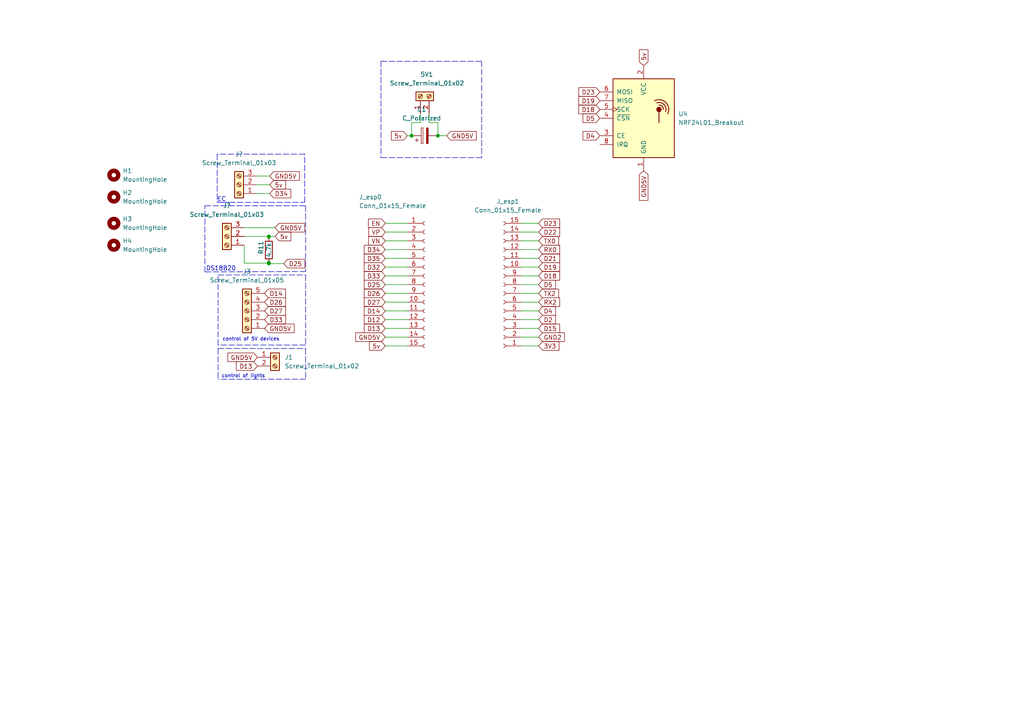
<source format=kicad_sch>
(kicad_sch (version 20211123) (generator eeschema)
  (paper "A4")
  (lib_symbols
    (symbol "Connector:Conn_01x15_Female" (pin_names (offset 1.016) hide)
      (property "Reference" "J" (at 0 20.32 0))
      (property "Value" "Conn_01x15_Female" (at 0 -20.32 0))
      (symbol "Conn_01x15_Female_1_1"
        (arc (start 0 -17.272) (mid -0.508 -17.78) (end 0 -18.288) (stroke (width 0.1524)))
        (arc (start 0 -14.732) (mid -0.508 -15.24) (end 0 -15.748) (stroke (width 0.1524)))
        (arc (start 0 -12.192) (mid -0.508 -12.7) (end 0 -13.208) (stroke (width 0.1524)))
        (arc (start 0 -9.652) (mid -0.508 -10.16) (end 0 -10.668) (stroke (width 0.1524)))
        (arc (start 0 -7.112) (mid -0.508 -7.62) (end 0 -8.128) (stroke (width 0.1524)))
        (arc (start 0 -4.572) (mid -0.508 -5.08) (end 0 -5.588) (stroke (width 0.1524)))
        (arc (start 0 -2.032) (mid -0.508 -2.54) (end 0 -3.048) (stroke (width 0.1524)))
        (polyline (pts (xy -1.27 -17.78) (xy -0.508 -17.78)) (stroke (width 0.1524)))
        (polyline (pts (xy -1.27 -15.24) (xy -0.508 -15.24)) (stroke (width 0.1524)))
        (polyline (pts (xy -1.27 -12.7) (xy -0.508 -12.7)) (stroke (width 0.1524)))
        (polyline (pts (xy -1.27 -10.16) (xy -0.508 -10.16)) (stroke (width 0.1524)))
        (polyline (pts (xy -1.27 -7.62) (xy -0.508 -7.62)) (stroke (width 0.1524)))
        (polyline (pts (xy -1.27 -5.08) (xy -0.508 -5.08)) (stroke (width 0.1524)))
        (polyline (pts (xy -1.27 -2.54) (xy -0.508 -2.54)) (stroke (width 0.1524)))
        (polyline (pts (xy -1.27 0) (xy -0.508 0)) (stroke (width 0.1524)))
        (polyline (pts (xy -1.27 2.54) (xy -0.508 2.54)) (stroke (width 0.1524)))
        (polyline (pts (xy -1.27 5.08) (xy -0.508 5.08)) (stroke (width 0.1524)))
        (polyline (pts (xy -1.27 7.62) (xy -0.508 7.62)) (stroke (width 0.1524)))
        (polyline (pts (xy -1.27 10.16) (xy -0.508 10.16)) (stroke (width 0.1524)))
        (polyline (pts (xy -1.27 12.7) (xy -0.508 12.7)) (stroke (width 0.1524)))
        (polyline (pts (xy -1.27 15.24) (xy -0.508 15.24)) (stroke (width 0.1524)))
        (polyline (pts (xy -1.27 17.78) (xy -0.508 17.78)) (stroke (width 0.1524)))
        (arc (start 0 0.508) (mid -0.508 0) (end 0 -0.508) (stroke (width 0.1524)))
        (arc (start 0 3.048) (mid -0.508 2.54) (end 0 2.032) (stroke (width 0.1524)))
        (arc (start 0 5.588) (mid -0.508 5.08) (end 0 4.572) (stroke (width 0.1524)))
        (arc (start 0 8.128) (mid -0.508 7.62) (end 0 7.112) (stroke (width 0.1524)))
        (arc (start 0 10.668) (mid -0.508 10.16) (end 0 9.652) (stroke (width 0.1524)))
        (arc (start 0 13.208) (mid -0.508 12.7) (end 0 12.192) (stroke (width 0.1524)))
        (arc (start 0 15.748) (mid -0.508 15.24) (end 0 14.732) (stroke (width 0.1524)))
        (arc (start 0 18.288) (mid -0.508 17.78) (end 0 17.272) (stroke (width 0.1524)))
        (pin passive line (at -5.08 17.78 0) (length 3.81) (name "Pin_1") (number "1"))
        (pin passive line (at -5.08 -5.08 0) (length 3.81) (name "Pin_10") (number "10"))
        (pin passive line (at -5.08 -7.62 0) (length 3.81) (name "Pin_11") (number "11"))
        (pin passive line (at -5.08 -10.16 0) (length 3.81) (name "Pin_12") (number "12"))
        (pin passive line (at -5.08 -12.7 0) (length 3.81) (name "Pin_13") (number "13"))
        (pin passive line (at -5.08 -15.24 0) (length 3.81) (name "Pin_14") (number "14"))
        (pin passive line (at -5.08 -17.78 0) (length 3.81) (name "Pin_15") (number "15"))
        (pin passive line (at -5.08 15.24 0) (length 3.81) (name "Pin_2") (number "2"))
        (pin passive line (at -5.08 12.7 0) (length 3.81) (name "Pin_3") (number "3"))
        (pin passive line (at -5.08 10.16 0) (length 3.81) (name "Pin_4") (number "4"))
        (pin passive line (at -5.08 7.62 0) (length 3.81) (name "Pin_5") (number "5"))
        (pin passive line (at -5.08 5.08 0) (length 3.81) (name "Pin_6") (number "6"))
        (pin passive line (at -5.08 2.54 0) (length 3.81) (name "Pin_7") (number "7"))
        (pin passive line (at -5.08 0 0) (length 3.81) (name "Pin_8") (number "8"))
        (pin passive line (at -5.08 -2.54 0) (length 3.81) (name "Pin_9") (number "9"))
      )
    )
    (symbol "Connector:Screw_Terminal_01x02" (pin_names (offset 1.016) hide)
      (property "Reference" "J" (at 0 2.54 0))
      (property "Value" "Screw_Terminal_01x02" (at 0 -5.08 0))
      (symbol "Screw_Terminal_01x02_1_1"
        (rectangle (start -1.27 1.27) (end 1.27 -3.81) (stroke (width 0.254)) (fill (type background)))
        (circle (center 0 -2.54) (radius 0.635) (stroke (width 0.1524)))
        (polyline (pts (xy -0.5334 -2.2098) (xy 0.3302 -3.048)) (stroke (width 0.1524)))
        (polyline (pts (xy -0.5334 0.3302) (xy 0.3302 -0.508)) (stroke (width 0.1524)))
        (polyline (pts (xy -0.3556 -2.032) (xy 0.508 -2.8702)) (stroke (width 0.1524)))
        (polyline (pts (xy -0.3556 0.508) (xy 0.508 -0.3302)) (stroke (width 0.1524)))
        (circle (center 0 0) (radius 0.635) (stroke (width 0.1524)))
        (pin passive line (at -5.08 0 0) (length 3.81) (name "Pin_1") (number "1"))
        (pin passive line (at -5.08 -2.54 0) (length 3.81) (name "Pin_2") (number "2"))
      )
    )
    (symbol "Connector:Screw_Terminal_01x03" (pin_names (offset 1.016) hide)
      (property "Reference" "J" (at 0 5.08 0))
      (property "Value" "Screw_Terminal_01x03" (at 0 -5.08 0))
      (symbol "Screw_Terminal_01x03_1_1"
        (rectangle (start -1.27 3.81) (end 1.27 -3.81) (stroke (width 0.254)) (fill (type background)))
        (circle (center 0 -2.54) (radius 0.635) (stroke (width 0.1524)))
        (polyline (pts (xy -0.5334 -2.2098) (xy 0.3302 -3.048)) (stroke (width 0.1524)))
        (polyline (pts (xy -0.5334 0.3302) (xy 0.3302 -0.508)) (stroke (width 0.1524)))
        (polyline (pts (xy -0.5334 2.8702) (xy 0.3302 2.032)) (stroke (width 0.1524)))
        (polyline (pts (xy -0.3556 -2.032) (xy 0.508 -2.8702)) (stroke (width 0.1524)))
        (polyline (pts (xy -0.3556 0.508) (xy 0.508 -0.3302)) (stroke (width 0.1524)))
        (polyline (pts (xy -0.3556 3.048) (xy 0.508 2.2098)) (stroke (width 0.1524)))
        (circle (center 0 0) (radius 0.635) (stroke (width 0.1524)))
        (circle (center 0 2.54) (radius 0.635) (stroke (width 0.1524)))
        (pin passive line (at -5.08 2.54 0) (length 3.81) (name "Pin_1") (number "1"))
        (pin passive line (at -5.08 0 0) (length 3.81) (name "Pin_2") (number "2"))
        (pin passive line (at -5.08 -2.54 0) (length 3.81) (name "Pin_3") (number "3"))
      )
    )
    (symbol "Connector:Screw_Terminal_01x05" (pin_names (offset 1.016) hide)
      (property "Reference" "J" (at 0 7.62 0))
      (property "Value" "Screw_Terminal_01x05" (at 0 -7.62 0))
      (symbol "Screw_Terminal_01x05_1_1"
        (rectangle (start -1.27 6.35) (end 1.27 -6.35) (stroke (width 0.254)) (fill (type background)))
        (circle (center 0 -5.08) (radius 0.635) (stroke (width 0.1524)))
        (circle (center 0 -2.54) (radius 0.635) (stroke (width 0.1524)))
        (polyline (pts (xy -0.5334 -4.7498) (xy 0.3302 -5.588)) (stroke (width 0.1524)))
        (polyline (pts (xy -0.5334 -2.2098) (xy 0.3302 -3.048)) (stroke (width 0.1524)))
        (polyline (pts (xy -0.5334 0.3302) (xy 0.3302 -0.508)) (stroke (width 0.1524)))
        (polyline (pts (xy -0.5334 2.8702) (xy 0.3302 2.032)) (stroke (width 0.1524)))
        (polyline (pts (xy -0.5334 5.4102) (xy 0.3302 4.572)) (stroke (width 0.1524)))
        (polyline (pts (xy -0.3556 -4.572) (xy 0.508 -5.4102)) (stroke (width 0.1524)))
        (polyline (pts (xy -0.3556 -2.032) (xy 0.508 -2.8702)) (stroke (width 0.1524)))
        (polyline (pts (xy -0.3556 0.508) (xy 0.508 -0.3302)) (stroke (width 0.1524)))
        (polyline (pts (xy -0.3556 3.048) (xy 0.508 2.2098)) (stroke (width 0.1524)))
        (polyline (pts (xy -0.3556 5.588) (xy 0.508 4.7498)) (stroke (width 0.1524)))
        (circle (center 0 0) (radius 0.635) (stroke (width 0.1524)))
        (circle (center 0 2.54) (radius 0.635) (stroke (width 0.1524)))
        (circle (center 0 5.08) (radius 0.635) (stroke (width 0.1524)))
        (pin passive line (at -5.08 5.08 0) (length 3.81) (name "Pin_1") (number "1"))
        (pin passive line (at -5.08 2.54 0) (length 3.81) (name "Pin_2") (number "2"))
        (pin passive line (at -5.08 0 0) (length 3.81) (name "Pin_3") (number "3"))
        (pin passive line (at -5.08 -2.54 0) (length 3.81) (name "Pin_4") (number "4"))
        (pin passive line (at -5.08 -5.08 0) (length 3.81) (name "Pin_5") (number "5"))
      )
    )
    (symbol "Device:C_Polarized" (pin_numbers hide) (pin_names (offset 0.254))
      (property "Reference" "C" (at 0.635 2.54 0))
      (property "Value" "C_Polarized" (at 0.635 -2.54 0))
      (symbol "C_Polarized_0_1"
        (rectangle (start -2.286 0.508) (end 2.286 1.016))
        (polyline (pts (xy -1.778 2.286) (xy -0.762 2.286)))
        (polyline (pts (xy -1.27 2.794) (xy -1.27 1.778)))
        (rectangle (start 2.286 -0.508) (end -2.286 -1.016) (fill (type outline)))
      )
      (symbol "C_Polarized_1_1"
        (pin passive line (at 0 3.81 270) (length 2.794) (name "~") (number "1"))
        (pin passive line (at 0 -3.81 90) (length 2.794) (name "~") (number "2"))
      )
    )
    (symbol "Device:R" (pin_numbers hide) (pin_names (offset 0))
      (property "Reference" "R" (at 2.032 0 90))
      (property "Value" "R" (at 0 0 90))
      (symbol "R_0_1"
        (rectangle (start -1.016 -2.54) (end 1.016 2.54) (stroke (width 0.254)))
      )
      (symbol "R_1_1"
        (pin passive line (at 0 3.81 270) (length 1.27) (name "~") (number "1"))
        (pin passive line (at 0 -3.81 90) (length 1.27) (name "~") (number "2"))
      )
    )
    (symbol "Mechanical:MountingHole" (pin_names (offset 1.016))
      (property "Reference" "H" (at 0 5.08 0))
      (property "Value" "MountingHole" (at 0 3.175 0))
      (symbol "MountingHole_0_1"
        (circle (center 0 0) (radius 1.27) (stroke (width 1.27)))
      )
    )
    (symbol "RF:NRF24L01_Breakout" (pin_names (offset 1.016))
      (property "Reference" "U" (at -8.89 12.7 0))
      (property "Value" "NRF24L01_Breakout" (at 3.81 12.7 0))
      (symbol "NRF24L01_Breakout_0_1"
        (rectangle (start -8.89 11.43) (end 8.89 -11.43) (stroke (width 0.254)) (fill (type background)))
        (polyline (pts (xy 4.445 1.905) (xy 4.445 -1.27)) (stroke (width 0.254)))
        (circle (center 4.445 2.54) (radius 0.635) (stroke (width 0.254)) (fill (type outline)))
        (arc (start 5.715 2.54) (mid 5.3521 3.4546) (end 4.445 3.81) (stroke (width 0.254)))
        (arc (start 6.35 1.905) (mid 5.8763 3.9854) (end 3.81 4.445) (stroke (width 0.254)))
        (arc (start 6.985 1.27) (mid 6.453 4.548) (end 3.175 5.08) (stroke (width 0.254)))
      )
      (symbol "NRF24L01_Breakout_1_1"
        (pin power_in line (at 0 -15.24 90) (length 3.81) (name "GND") (number "1"))
        (pin power_in line (at 0 15.24 270) (length 3.81) (name "VCC") (number "2"))
        (pin input line (at -12.7 -5.08 0) (length 3.81) (name "CE") (number "3"))
        (pin input line (at -12.7 0 0) (length 3.81) (name "~{CSN}") (number "4"))
        (pin input clock (at -12.7 2.54 0) (length 3.81) (name "SCK") (number "5"))
        (pin input line (at -12.7 7.62 0) (length 3.81) (name "MOSI") (number "6"))
        (pin output line (at -12.7 5.08 0) (length 3.81) (name "MISO") (number "7"))
        (pin output line (at -12.7 -7.62 0) (length 3.81) (name "IRQ") (number "8"))
      )
    )
  )
  (junction (at 77.978 68.58))
  (junction (at 119.38 39.37))
  (junction (at 77.978 76.454))
  (junction (at 127 39.37))
  (junction (at 77.978 76.327))
  (junction (at 77.978 76.2))
  (junction (at 77.978 68.707))
  (wire (pts (xy 111.76 72.39) (xy 118.11 72.39)))
  (wire (pts (xy 111.76 67.31) (xy 118.11 67.31)))
  (wire (pts (xy 111.76 74.93) (xy 118.11 74.93)))
  (wire (pts (xy 82.296 76.454) (xy 77.978 76.454)))
  (wire (pts (xy 151.13 74.93) (xy 156.21 74.93)))
  (polyline (pts (xy 88.646 59.69) (xy 88.646 78.74)))
  (wire (pts (xy 151.13 95.25) (xy 156.21 95.25)))
  (wire (pts (xy 129.54 39.37) (xy 127 39.37)))
  (polyline (pts (xy 88.392 44.704) (xy 62.992 44.704)))
  (wire (pts (xy 74.422 51.054) (xy 78.232 51.054)))
  (wire (pts (xy 151.13 87.63) (xy 156.21 87.63)))
  (polyline (pts (xy 88.646 79.756) (xy 88.646 100.076)))
  (polyline (pts (xy 139.7 17.78) (xy 139.7 45.72)))
  (polyline (pts (xy 59.436 59.69) (xy 88.646 59.69)))
  (wire (pts (xy 119.38 35.56) (xy 119.38 39.37)))
  (wire (pts (xy 111.76 77.47) (xy 118.11 77.47)))
  (wire (pts (xy 74.422 53.594) (xy 78.232 53.594)))
  (polyline (pts (xy 63.246 101.092) (xy 88.646 101.092)))
  (wire (pts (xy 111.76 82.55) (xy 118.11 82.55)))
  (wire (pts (xy 111.76 85.09) (xy 118.11 85.09)))
  (wire (pts (xy 111.76 64.77) (xy 118.11 64.77)))
  (wire (pts (xy 151.13 80.01) (xy 156.21 80.01)))
  (wire (pts (xy 151.13 77.47) (xy 156.21 77.47)))
  (wire (pts (xy 111.76 97.79) (xy 118.11 97.79)))
  (polyline (pts (xy 59.436 78.867) (xy 59.436 59.69)))
  (wire (pts (xy 151.13 92.71) (xy 156.21 92.71)))
  (polyline (pts (xy 88.646 78.74) (xy 59.436 78.867)))
  (wire (pts (xy 70.866 68.58) (xy 77.978 68.58)))
  (wire (pts (xy 151.13 82.55) (xy 156.21 82.55)))
  (wire (pts (xy 111.76 69.85) (xy 118.11 69.85)))
  (wire (pts (xy 74.422 56.134) (xy 78.232 56.134)))
  (polyline (pts (xy 62.992 44.704) (xy 62.992 58.674)))
  (wire (pts (xy 111.76 100.33) (xy 118.11 100.33)))
  (polyline (pts (xy 88.646 100.076) (xy 63.246 100.076)))
  (wire (pts (xy 77.978 68.58) (xy 79.756 68.58)))
  (wire (pts (xy 77.978 75.946) (xy 77.978 76.2)))
  (wire (pts (xy 151.13 85.09) (xy 156.21 85.09)))
  (wire (pts (xy 70.866 76.327) (xy 77.978 76.327)))
  (wire (pts (xy 151.13 97.79) (xy 156.21 97.79)))
  (wire (pts (xy 151.13 100.33) (xy 156.21 100.33)))
  (polyline (pts (xy 62.992 58.674) (xy 68.072 58.674)))
  (wire (pts (xy 70.866 66.04) (xy 79.756 66.04)))
  (wire (pts (xy 124.46 35.56) (xy 127 35.56)))
  (polyline (pts (xy 63.246 101.092) (xy 63.246 109.982)))
  (wire (pts (xy 111.76 95.25) (xy 118.11 95.25)))
  (wire (pts (xy 121.92 35.56) (xy 119.38 35.56)))
  (wire (pts (xy 111.76 90.17) (xy 118.11 90.17)))
  (wire (pts (xy 111.76 80.01) (xy 118.11 80.01)))
  (wire (pts (xy 151.13 90.17) (xy 156.21 90.17)))
  (wire (pts (xy 77.978 68.707) (xy 77.978 68.58)))
  (polyline (pts (xy 88.392 58.674) (xy 88.392 44.704)))
  (wire (pts (xy 151.13 64.77) (xy 156.21 64.77)))
  (wire (pts (xy 127 35.56) (xy 127 39.37)))
  (polyline (pts (xy 63.246 100.076) (xy 63.246 79.756)))
  (wire (pts (xy 151.13 69.85) (xy 156.21 69.85)))
  (wire (pts (xy 77.978 76.454) (xy 77.978 76.327)))
  (wire (pts (xy 111.76 92.71) (xy 118.11 92.71)))
  (polyline (pts (xy 110.49 17.78) (xy 139.7 17.78)))
  (wire (pts (xy 118.11 39.37) (xy 119.38 39.37)))
  (wire (pts (xy 121.92 33.02) (xy 121.92 35.56)))
  (polyline (pts (xy 64.262 58.674) (xy 88.392 58.674)))
  (polyline (pts (xy 88.646 101.092) (xy 88.646 109.982)))
  (wire (pts (xy 111.76 87.63) (xy 118.11 87.63)))
  (wire (pts (xy 151.13 67.31) (xy 156.21 67.31)))
  (polyline (pts (xy 110.49 17.78) (xy 110.49 45.72)))
  (wire (pts (xy 77.978 76.327) (xy 77.978 76.2)))
  (wire (pts (xy 124.46 33.02) (xy 124.46 35.56)))
  (polyline (pts (xy 88.646 109.982) (xy 63.246 109.982)))
  (polyline (pts (xy 139.7 45.72) (xy 110.49 45.72)))
  (wire (pts (xy 151.13 72.39) (xy 156.21 72.39)))
  (wire (pts (xy 70.866 71.12) (xy 70.866 76.327)))
  (polyline (pts (xy 63.246 79.756) (xy 88.646 79.756)))
  (text "EC" (at 62.992 58.674 0) (effects (font (size 1.27 1.27)) (justify left bottom)))
  (text "control of 5V devices " (at 64.516 99.06 0) (effects (font (size 1 1)) (justify left bottom)))
  (text "control of lights" (at 64.262 109.728 0) (effects (font (size 1 1)) (justify left bottom)))
  (text "DS18B20" (at 59.69 78.74 0) (effects (font (size 1.27 1.27)) (justify left bottom)))
  (global_label "D13" (shape input) (at 74.676 106.172 180) (property "Intersheet References" "${INTERSHEET_REFS}" (effects hide)))
  (global_label "5v" (shape input) (at 111.76 100.33 180) (property "Intersheet References" "${INTERSHEET_REFS}" (effects hide)))
  (global_label "D18" (shape input) (at 156.21 80.01 0) (property "Intersheet References" "${INTERSHEET_REFS}" (effects hide)))
  (global_label "D5" (shape input) (at 173.99 34.29 180) (property "Intersheet References" "${INTERSHEET_REFS}" (effects hide)))
  (global_label "GND5V" (shape input) (at 186.69 49.53 270) (property "Intersheet References" "${INTERSHEET_REFS}" (effects hide)))
  (global_label "RX2" (shape input) (at 156.21 87.63 0) (property "Intersheet References" "${INTERSHEET_REFS}" (effects hide)))
  (global_label "GND2" (shape input) (at 156.21 97.79 0) (property "Intersheet References" "${INTERSHEET_REFS}" (effects hide)))
  (global_label "5v" (shape input) (at 118.11 39.37 180) (property "Intersheet References" "${INTERSHEET_REFS}" (effects hide)))
  (global_label "D13" (shape input) (at 111.76 95.25 180) (property "Intersheet References" "${INTERSHEET_REFS}" (effects hide)))
  (global_label "TX2" (shape input) (at 156.21 85.09 0) (property "Intersheet References" "${INTERSHEET_REFS}" (effects hide)))
  (global_label "GND5V" (shape input) (at 74.676 103.632 180) (property "Intersheet References" "${INTERSHEET_REFS}" (effects hide)))
  (global_label "D34" (shape input) (at 111.76 72.39 180) (property "Intersheet References" "${INTERSHEET_REFS}" (effects hide)))
  (global_label "GND5V" (shape input) (at 76.708 95.25 0) (property "Intersheet References" "${INTERSHEET_REFS}" (effects hide)))
  (global_label "D27" (shape input) (at 111.76 87.63 180) (property "Intersheet References" "${INTERSHEET_REFS}" (effects hide)))
  (global_label "EN" (shape input) (at 111.76 64.77 180) (property "Intersheet References" "${INTERSHEET_REFS}" (effects hide)))
  (global_label "D18" (shape input) (at 173.99 31.75 180) (property "Intersheet References" "${INTERSHEET_REFS}" (effects hide)))
  (global_label "D26" (shape input) (at 76.708 87.63 0) (property "Intersheet References" "${INTERSHEET_REFS}" (effects hide)))
  (global_label "D19" (shape input) (at 173.99 29.21 180) (property "Intersheet References" "${INTERSHEET_REFS}" (effects hide)))
  (global_label "D22" (shape input) (at 156.21 67.31 0) (property "Intersheet References" "${INTERSHEET_REFS}" (effects hide)))
  (global_label "D14" (shape input) (at 111.76 90.17 180) (property "Intersheet References" "${INTERSHEET_REFS}" (effects hide)))
  (global_label "D25" (shape input) (at 82.296 76.454 0) (property "Intersheet References" "${INTERSHEET_REFS}" (effects hide)))
  (global_label "D33" (shape input) (at 76.708 92.71 0) (property "Intersheet References" "${INTERSHEET_REFS}" (effects hide)))
  (global_label "D21" (shape input) (at 156.21 74.93 0) (property "Intersheet References" "${INTERSHEET_REFS}" (effects hide)))
  (global_label "VN" (shape input) (at 111.76 69.85 180) (property "Intersheet References" "${INTERSHEET_REFS}" (effects hide)))
  (global_label "D12" (shape input) (at 111.76 92.71 180) (property "Intersheet References" "${INTERSHEET_REFS}" (effects hide)))
  (global_label "GND5V" (shape input) (at 111.76 97.79 180) (property "Intersheet References" "${INTERSHEET_REFS}" (effects hide)))
  (global_label "D2" (shape input) (at 156.21 92.71 0) (property "Intersheet References" "${INTERSHEET_REFS}" (effects hide)))
  (global_label "3V3" (shape input) (at 156.21 100.33 0) (property "Intersheet References" "${INTERSHEET_REFS}" (effects hide)))
  (global_label "D35" (shape input) (at 111.76 74.93 180) (property "Intersheet References" "${INTERSHEET_REFS}" (effects hide)))
  (global_label "D14" (shape input) (at 76.708 85.09 0) (property "Intersheet References" "${INTERSHEET_REFS}" (effects hide)))
  (global_label "D33" (shape input) (at 111.76 80.01 180) (property "Intersheet References" "${INTERSHEET_REFS}" (effects hide)))
  (global_label "D23" (shape input) (at 156.21 64.77 0) (property "Intersheet References" "${INTERSHEET_REFS}" (effects hide)))
  (global_label "D34" (shape input) (at 78.232 56.134 0) (property "Intersheet References" "${INTERSHEET_REFS}" (effects hide)))
  (global_label "D4" (shape input) (at 156.21 90.17 0) (property "Intersheet References" "${INTERSHEET_REFS}" (effects hide)))
  (global_label "D27" (shape input) (at 76.708 90.17 0) (property "Intersheet References" "${INTERSHEET_REFS}" (effects hide)))
  (global_label "5v" (shape input) (at 78.232 53.594 0) (property "Intersheet References" "${INTERSHEET_REFS}" (effects hide)))
  (global_label "D4" (shape input) (at 173.99 39.37 180) (property "Intersheet References" "${INTERSHEET_REFS}" (effects hide)))
  (global_label "D25" (shape input) (at 111.76 82.55 180) (property "Intersheet References" "${INTERSHEET_REFS}" (effects hide)))
  (global_label "RX0" (shape input) (at 156.21 72.39 0) (property "Intersheet References" "${INTERSHEET_REFS}" (effects hide)))
  (global_label "GND5V" (shape input) (at 129.54 39.37 0) (property "Intersheet References" "${INTERSHEET_REFS}" (effects hide)))
  (global_label "TX0" (shape input) (at 156.21 69.85 0) (property "Intersheet References" "${INTERSHEET_REFS}" (effects hide)))
  (global_label "GND5V" (shape input) (at 79.756 66.04 0) (property "Intersheet References" "${INTERSHEET_REFS}" (effects hide)))
  (global_label "D23" (shape input) (at 173.99 26.67 180) (property "Intersheet References" "${INTERSHEET_REFS}" (effects hide)))
  (global_label "D32" (shape input) (at 111.76 77.47 180) (property "Intersheet References" "${INTERSHEET_REFS}" (effects hide)))
  (global_label "GND5V" (shape input) (at 78.232 51.054 0) (property "Intersheet References" "${INTERSHEET_REFS}" (effects hide)))
  (global_label "D26" (shape input) (at 111.76 85.09 180) (property "Intersheet References" "${INTERSHEET_REFS}" (effects hide)))
  (global_label "D15" (shape input) (at 156.21 95.25 0) (property "Intersheet References" "${INTERSHEET_REFS}" (effects hide)))
  (global_label "5v" (shape input) (at 79.756 68.58 0) (property "Intersheet References" "${INTERSHEET_REFS}" (effects hide)))
  (global_label "D19" (shape input) (at 156.21 77.47 0) (property "Intersheet References" "${INTERSHEET_REFS}" (effects hide)))
  (global_label "5v" (shape input) (at 186.69 19.05 90) (property "Intersheet References" "${INTERSHEET_REFS}" (effects hide)))
  (global_label "D5" (shape input) (at 156.21 82.55 0) (property "Intersheet References" "${INTERSHEET_REFS}" (effects hide)))
  (global_label "VP" (shape input) (at 111.76 67.31 180) (property "Intersheet References" "${INTERSHEET_REFS}" (effects hide)))
  (symbol (lib_id "Connector:Screw_Terminal_01x02") (at 79.756 103.632 0) (unit 1)
    (property "Reference" "J1" (at 82.55 103.6319 0) (effects (justify left)))
    (property "Value" "Screw_Terminal_01x02" (at 82.55 106.1719 0) (effects (justify left)))
    (property "Footprint" "TerminalBlock_Altech:Altech_AK300_1x02_P5.00mm_45-Degree" (effects hide))
  )
  (symbol (lib_id "Connector:Conn_01x15_Female") (at 123.19 82.55 0) (unit 1)
    (property "Reference" "J_esp0" (at 104.14 57.15 0) (effects (justify left)))
    (property "Value" "Conn_01x15_Female" (at 104.14 59.69 0) (effects (justify left)))
    (property "Footprint" "esp32:Connector_Molex_Molex_SL_171971-0015_1x15_P2.54mm_Vertical_squares" (effects hide))
  )
  (symbol (lib_id "Connector:Screw_Terminal_01x03") (at 69.342 53.594 180) (unit 1)
    (property "Reference" "J?" (at 69.342 44.704 0))
    (property "Value" "Screw_Terminal_01x03" (at 69.342 47.244 0))
    (property "Footprint" "TerminalBlock_Altech:Altech_AK300_1x03_P5.00mm_45-Degree" (effects hide))
  )
  (symbol (lib_id "RF:NRF24L01_Breakout") (at 186.69 34.29 0) (unit 1)
    (property "Reference" "U4" (at 196.723 33.0199 0) (effects (justify left)))
    (property "Value" "NRF24L01_Breakout" (at 196.723 35.5599 0) (effects (justify left)))
    (property "Footprint" "RF_Module:nRF24L01_Breakout" (effects hide))
    (property "Datasheet" "http://www.nordicsemi.com/eng/content/download/2730/34105/file/nRF24L01_Product_Specification_v2_0.pdf" (effects hide))
  )
  (symbol (lib_id "Connector:Screw_Terminal_01x02") (at 121.92 27.94 90) (unit 1)
    (property "Reference" "5V1" (at 121.92 21.59 90) (effects (justify right)))
    (property "Value" "Screw_Terminal_01x02" (at 113.03 24.13 90) (effects (justify right)))
    (property "Footprint" "TerminalBlock:TerminalBlock_Altech_AK300-2_P5.00mm" (effects hide))
  )
  (symbol (lib_id "Device:C_Polarized") (at 123.19 39.37 90) (unit 1)
    (property "Reference" "C1" (at 122.301 31.75 90))
    (property "Value" "C_Polarized" (at 122.301 34.29 90))
    (property "Footprint" "Capacitor_THT:CP_Radial_D5.0mm_P2.50mm" (effects hide))
  )
  (symbol (lib_id "Connector:Screw_Terminal_01x03") (at 65.786 68.58 180) (unit 1)
    (property "Reference" "J?" (at 65.786 59.69 0))
    (property "Value" "Screw_Terminal_01x03" (at 65.786 62.23 0))
    (property "Footprint" "TerminalBlock_Altech:Altech_AK300_1x03_P5.00mm_45-Degree" (effects hide))
  )
  (symbol (lib_id "Connector:Screw_Terminal_01x05") (at 71.628 90.17 180) (unit 1)
    (property "Reference" "J3" (at 71.628 78.74 0))
    (property "Value" "Screw_Terminal_01x05" (at 71.628 81.28 0))
    (property "Footprint" "TerminalBlock_Altech:Altech_AK300_1x05_P5.00mm_45-Degree" (effects hide))
  )
  (symbol (lib_id "Mechanical:MountingHole") (at 33.02 57.15 0) (unit 1)
    (property "Reference" "H2" (at 35.56 55.8799 0) (effects (justify left)))
    (property "Value" "MountingHole" (at 35.56 58.4199 0) (effects (justify left)))
    (property "Footprint" "MountingHole:MountingHole_2.7mm_M2.5_Pad" (effects hide))
  )
  (symbol (lib_id "Connector:Conn_01x15_Female") (at 146.05 82.55 180) (unit 1)
    (property "Reference" "J_esp1" (at 147.32 58.42 0))
    (property "Value" "Conn_01x15_Female" (at 147.32 60.96 0))
    (property "Footprint" "esp32:Connector_Molex_Molex_SL_171971-0015_1x15_P2.54mm_Vertical_squares" (effects hide))
  )
  (symbol (lib_id "Mechanical:MountingHole") (at 33.02 71.12 0) (unit 1)
    (property "Reference" "H4" (at 35.56 69.8499 0) (effects (justify left)))
    (property "Value" "MountingHole" (at 35.56 72.3899 0) (effects (justify left)))
    (property "Footprint" "MountingHole:MountingHole_2.7mm_M2.5_Pad" (effects hide))
  )
  (symbol (lib_id "Mechanical:MountingHole") (at 33.02 64.77 0) (unit 1)
    (property "Reference" "H3" (at 35.56 63.4999 0) (effects (justify left)))
    (property "Value" "MountingHole" (at 35.56 66.0399 0) (effects (justify left)))
    (property "Footprint" "MountingHole:MountingHole_2.7mm_M2.5_Pad" (effects hide))
  )
  (symbol (lib_id "Mechanical:MountingHole") (at 33.02 50.8 0) (unit 1)
    (property "Reference" "H1" (at 35.56 49.5299 0) (effects (justify left)))
    (property "Value" "MountingHole" (at 35.56 52.0699 0) (effects (justify left)))
    (property "Footprint" "MountingHole:MountingHole_2.7mm_M2.5_Pad" (effects hide))
  )
  (symbol (lib_id "Device:R") (at 77.978 72.517 0) (unit 1)
    (property "Reference" "R11" (at 75.692 73.787 90) (effects (justify left)))
    (property "Value" "4.7k" (at 77.978 74.676 90) (effects (justify left)))
    (property "Footprint" "Resistor_THT:R_Axial_DIN0204_L3.6mm_D1.6mm_P2.54mm_Vertical" (effects hide))
  )
)
</source>
